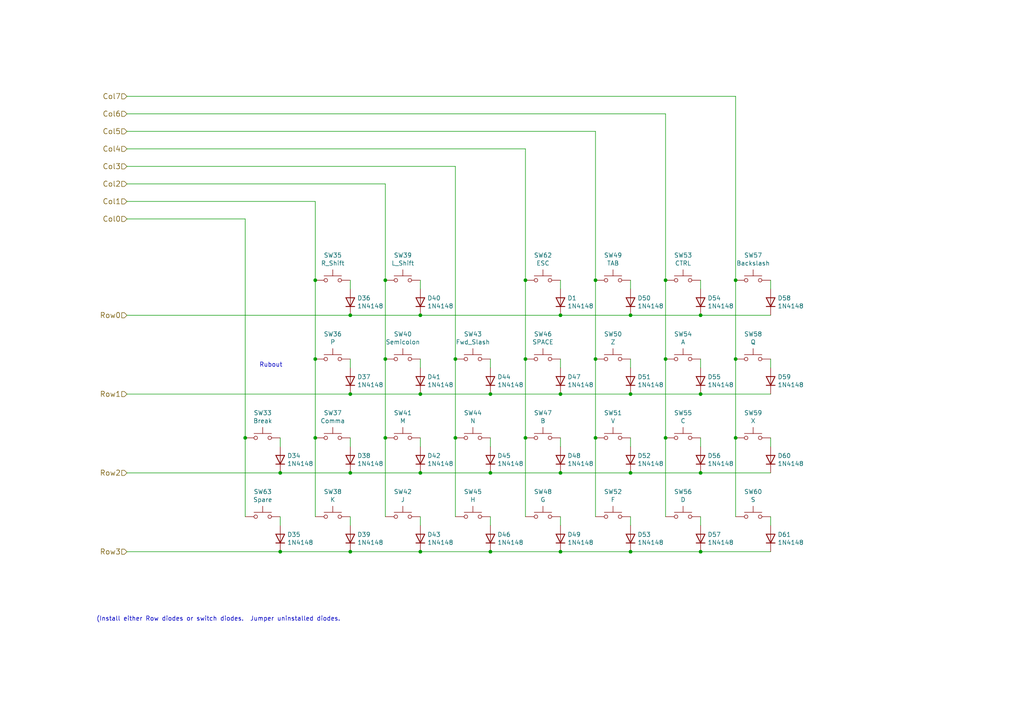
<source format=kicad_sch>
(kicad_sch (version 20211123) (generator eeschema)
  (paper "A4")
  (title_block (title "Unified Retro Keyboard") (date "2022-04-09") (rev "1.13") (company "OSIWeb.org") (comment 1 "Key Matrix 2 of 2"))
  (lib_symbols
    (symbol "Switch:SW_Push" (pin_numbers hide) (pin_names (offset 1.016) hide)
      (property "Reference" "SW" (at 1.27 2.54 0))
      (property "Value" "SW_Push" (at 0 -1.524 0))
      (symbol "SW_Push_0_1"
        (circle (center -2.032 0) (radius 0.508))
        (polyline (pts (xy 0 1.27) (xy 0 3.048)))
        (polyline (pts (xy 2.54 1.27) (xy -2.54 1.27)))
        (circle (center 2.032 0) (radius 0.508))
        (pin passive line (at -5.08 0 0) (length 2.54) (name "1") (number "1"))
        (pin passive line (at 5.08 0 180) (length 2.54) (name "2") (number "2"))
      )
    )
    (symbol "unikbd:diode-combined" (pin_numbers hide) (pin_names (offset 1.016) hide)
      (property "Reference" "D" (at 0 2.54 0))
      (property "Value" "diode-combined" (at 0 -2.54 0))
      (symbol "diode-combined_0_1"
        (polyline (pts (xy -1.27 1.27) (xy -1.27 -1.27)) (stroke (width 0.254)))
        (polyline (pts (xy 1.27 0) (xy -1.27 0)))
        (polyline (pts (xy 1.27 1.27) (xy 1.27 -1.27) (xy -1.27 0) (xy 1.27 1.27)) (stroke (width 0.254)))
      )
      (symbol "diode-combined_1_1"
        (pin passive line (at -3.81 0 0) (length 2.54) (name "K") (number "1"))
        (pin passive line (at 3.81 0 180) (length 2.54) (name "A") (number "2"))
      )
    )
  )
  (junction (at 193.04 104.14))
  (junction (at 81.28 160.02))
  (junction (at 172.72 127))
  (junction (at 142.24 160.02))
  (junction (at 162.56 114.3))
  (junction (at 152.4 127))
  (junction (at 152.4 81.28))
  (junction (at 111.76 127))
  (junction (at 81.28 137.16))
  (junction (at 132.08 127))
  (junction (at 91.44 81.28))
  (junction (at 101.6 91.44))
  (junction (at 101.6 160.02))
  (junction (at 162.56 160.02))
  (junction (at 203.2 91.44))
  (junction (at 121.92 114.3))
  (junction (at 121.92 91.44))
  (junction (at 213.36 81.28))
  (junction (at 182.88 160.02))
  (junction (at 121.92 137.16))
  (junction (at 142.24 114.3))
  (junction (at 121.92 160.02))
  (junction (at 182.88 137.16))
  (junction (at 182.88 91.44))
  (junction (at 132.08 104.14))
  (junction (at 91.44 127))
  (junction (at 203.2 114.3))
  (junction (at 152.4 104.14))
  (junction (at 71.12 127))
  (junction (at 172.72 81.28))
  (junction (at 101.6 137.16))
  (junction (at 213.36 104.14))
  (junction (at 101.6 114.3))
  (junction (at 142.24 137.16))
  (junction (at 91.44 104.14))
  (junction (at 172.72 104.14))
  (junction (at 111.76 104.14))
  (junction (at 213.36 127))
  (junction (at 162.56 137.16))
  (junction (at 203.2 137.16))
  (junction (at 111.76 81.28))
  (junction (at 193.04 127))
  (junction (at 182.88 114.3))
  (junction (at 193.04 81.28))
  (junction (at 203.2 160.02))
  (junction (at 162.56 91.44))
  (wire (pts (xy 101.6 104.14) (xy 101.6 106.68)))
  (wire (pts (xy 162.56 137.16) (xy 182.88 137.16)))
  (wire (pts (xy 223.52 152.4) (xy 223.52 149.86)))
  (wire (pts (xy 142.24 160.02) (xy 162.56 160.02)))
  (wire (pts (xy 132.08 127) (xy 132.08 149.86)))
  (wire (pts (xy 162.56 114.3) (xy 182.88 114.3)))
  (wire (pts (xy 132.08 104.14) (xy 132.08 127)))
  (wire (pts (xy 101.6 160.02) (xy 121.92 160.02)))
  (wire (pts (xy 182.88 81.28) (xy 182.88 83.82)))
  (wire (pts (xy 203.2 127) (xy 203.2 129.54)))
  (wire (pts (xy 142.24 129.54) (xy 142.24 127)))
  (wire (pts (xy 36.83 114.3) (xy 101.6 114.3)))
  (wire (pts (xy 193.04 81.28) (xy 193.04 104.14)))
  (wire (pts (xy 101.6 129.54) (xy 101.6 127)))
  (wire (pts (xy 121.92 91.44) (xy 162.56 91.44)))
  (wire (pts (xy 182.88 106.68) (xy 182.88 104.14)))
  (wire (pts (xy 36.83 137.16) (xy 81.28 137.16)))
  (wire (pts (xy 152.4 127) (xy 152.4 149.86)))
  (wire (pts (xy 121.92 114.3) (xy 142.24 114.3)))
  (wire (pts (xy 162.56 149.86) (xy 162.56 152.4)))
  (wire (pts (xy 81.28 137.16) (xy 101.6 137.16)))
  (wire (pts (xy 111.76 81.28) (xy 111.76 104.14)))
  (wire (pts (xy 152.4 43.18) (xy 152.4 81.28)))
  (wire (pts (xy 36.83 48.26) (xy 132.08 48.26)))
  (wire (pts (xy 36.83 38.1) (xy 172.72 38.1)))
  (wire (pts (xy 121.92 129.54) (xy 121.92 127)))
  (wire (pts (xy 162.56 129.54) (xy 162.56 127)))
  (wire (pts (xy 182.88 137.16) (xy 203.2 137.16)))
  (wire (pts (xy 203.2 81.28) (xy 203.2 83.82)))
  (wire (pts (xy 182.88 160.02) (xy 203.2 160.02)))
  (wire (pts (xy 91.44 127) (xy 91.44 149.86)))
  (wire (pts (xy 223.52 127) (xy 223.52 129.54)))
  (wire (pts (xy 111.76 104.14) (xy 111.76 127)))
  (wire (pts (xy 71.12 127) (xy 71.12 149.86)))
  (wire (pts (xy 223.52 81.28) (xy 223.52 83.82)))
  (wire (pts (xy 203.2 91.44) (xy 223.52 91.44)))
  (wire (pts (xy 162.56 91.44) (xy 182.88 91.44)))
  (wire (pts (xy 172.72 38.1) (xy 172.72 81.28)))
  (wire (pts (xy 36.83 27.94) (xy 213.36 27.94)))
  (wire (pts (xy 203.2 160.02) (xy 223.52 160.02)))
  (wire (pts (xy 101.6 91.44) (xy 121.92 91.44)))
  (wire (pts (xy 101.6 137.16) (xy 121.92 137.16)))
  (wire (pts (xy 213.36 27.94) (xy 213.36 81.28)))
  (wire (pts (xy 81.28 149.86) (xy 81.28 152.4)))
  (wire (pts (xy 193.04 127) (xy 193.04 149.86)))
  (wire (pts (xy 101.6 149.86) (xy 101.6 152.4)))
  (wire (pts (xy 182.88 127) (xy 182.88 129.54)))
  (wire (pts (xy 81.28 129.54) (xy 81.28 127)))
  (wire (pts (xy 81.28 160.02) (xy 101.6 160.02)))
  (wire (pts (xy 36.83 91.44) (xy 101.6 91.44)))
  (wire (pts (xy 152.4 81.28) (xy 152.4 104.14)))
  (wire (pts (xy 203.2 137.16) (xy 223.52 137.16)))
  (wire (pts (xy 213.36 127) (xy 213.36 149.86)))
  (wire (pts (xy 71.12 63.5) (xy 71.12 127)))
  (wire (pts (xy 142.24 149.86) (xy 142.24 152.4)))
  (wire (pts (xy 172.72 81.28) (xy 172.72 104.14)))
  (wire (pts (xy 121.92 160.02) (xy 142.24 160.02)))
  (wire (pts (xy 203.2 106.68) (xy 203.2 104.14)))
  (wire (pts (xy 101.6 114.3) (xy 121.92 114.3)))
  (wire (pts (xy 91.44 104.14) (xy 91.44 127)))
  (wire (pts (xy 36.83 43.18) (xy 152.4 43.18)))
  (wire (pts (xy 162.56 106.68) (xy 162.56 104.14)))
  (wire (pts (xy 152.4 104.14) (xy 152.4 127)))
  (wire (pts (xy 91.44 81.28) (xy 91.44 104.14)))
  (wire (pts (xy 36.83 33.02) (xy 193.04 33.02)))
  (wire (pts (xy 193.04 33.02) (xy 193.04 81.28)))
  (wire (pts (xy 203.2 114.3) (xy 223.52 114.3)))
  (wire (pts (xy 142.24 106.68) (xy 142.24 104.14)))
  (wire (pts (xy 182.88 114.3) (xy 203.2 114.3)))
  (wire (pts (xy 121.92 83.82) (xy 121.92 81.28)))
  (wire (pts (xy 172.72 127) (xy 172.72 149.86)))
  (wire (pts (xy 223.52 106.68) (xy 223.52 104.14)))
  (wire (pts (xy 36.83 58.42) (xy 91.44 58.42)))
  (wire (pts (xy 162.56 81.28) (xy 162.56 83.82)))
  (wire (pts (xy 111.76 53.34) (xy 111.76 81.28)))
  (wire (pts (xy 182.88 91.44) (xy 203.2 91.44)))
  (wire (pts (xy 172.72 104.14) (xy 172.72 127)))
  (wire (pts (xy 142.24 137.16) (xy 162.56 137.16)))
  (wire (pts (xy 132.08 48.26) (xy 132.08 104.14)))
  (wire (pts (xy 36.83 160.02) (xy 81.28 160.02)))
  (wire (pts (xy 36.83 63.5) (xy 71.12 63.5)))
  (wire (pts (xy 203.2 149.86) (xy 203.2 152.4)))
  (wire (pts (xy 101.6 81.28) (xy 101.6 83.82)))
  (wire (pts (xy 142.24 114.3) (xy 162.56 114.3)))
  (wire (pts (xy 111.76 127) (xy 111.76 149.86)))
  (wire (pts (xy 91.44 58.42) (xy 91.44 81.28)))
  (wire (pts (xy 121.92 104.14) (xy 121.92 106.68)))
  (wire (pts (xy 213.36 104.14) (xy 213.36 127)))
  (wire (pts (xy 121.92 149.86) (xy 121.92 152.4)))
  (wire (pts (xy 182.88 149.86) (xy 182.88 152.4)))
  (wire (pts (xy 162.56 160.02) (xy 182.88 160.02)))
  (wire (pts (xy 193.04 104.14) (xy 193.04 127)))
  (wire (pts (xy 213.36 81.28) (xy 213.36 104.14)))
  (wire (pts (xy 36.83 53.34) (xy 111.76 53.34)))
  (wire (pts (xy 121.92 137.16) (xy 142.24 137.16)))
  (text "(Install either Row diodes or switch diodes.  Jumper uninstalled diodes." (at 27.94 180.34 0) (effects (font (size 1.27 1.27)) (justify left bottom)))
  (text "Rubout" (at 75.184 106.68 0) (effects (font (size 1.27 1.27)) (justify left bottom)))
  (hierarchical_label "Col7" (shape input) (at 36.83 27.94 180) (effects (font (size 1.524 1.524))))
  (hierarchical_label "Col2" (shape input) (at 36.83 53.34 180) (effects (font (size 1.524 1.524))))
  (hierarchical_label "Col3" (shape input) (at 36.83 48.26 180) (effects (font (size 1.524 1.524))))
  (hierarchical_label "Row3" (shape input) (at 36.83 160.02 180) (effects (font (size 1.524 1.524))))
  (hierarchical_label "Col4" (shape input) (at 36.83 43.18 180) (effects (font (size 1.524 1.524))))
  (hierarchical_label "Col1" (shape input) (at 36.83 58.42 180) (effects (font (size 1.524 1.524))))
  (hierarchical_label "Row2" (shape input) (at 36.83 137.16 180) (effects (font (size 1.524 1.524))))
  (hierarchical_label "Col5" (shape input) (at 36.83 38.1 180) (effects (font (size 1.524 1.524))))
  (hierarchical_label "Col6" (shape input) (at 36.83 33.02 180) (effects (font (size 1.524 1.524))))
  (hierarchical_label "Row1" (shape input) (at 36.83 114.3 180) (effects (font (size 1.524 1.524))))
  (hierarchical_label "Row0" (shape input) (at 36.83 91.44 180) (effects (font (size 1.524 1.524))))
  (hierarchical_label "Col0" (shape input) (at 36.83 63.5 180) (effects (font (size 1.524 1.524))))
  (symbol (lib_id "Switch:SW_Push") (at 96.52 81.28 0) (unit 1)
    (property "Reference" "SW35" (at 96.52 74.041 0))
    (property "Value" "R_Shift" (at 96.52 76.3524 0))
    (property "Footprint" "unikbd:Key_MX" (effects hide))
    (property "Comment" "Common to all layouts" (effects hide))
    (property "Fitted" "YES" (effects hide))
    (property "Substitution OK" "NO" (effects hide))
  )
  (symbol (lib_id "Switch:SW_Push") (at 116.84 81.28 0) (unit 1)
    (property "Reference" "SW39" (at 116.84 74.041 0))
    (property "Value" "L_Shift" (at 116.84 76.3524 0))
    (property "Footprint" "unikbd:Key_MX" (effects hide))
    (property "Comment" "Common to all layouts" (effects hide))
    (property "Fitted" "YES" (effects hide))
    (property "Substitution OK" "NO" (effects hide))
  )
  (symbol (lib_id "Switch:SW_Push") (at 177.8 81.28 0) (unit 1)
    (property "Reference" "SW49" (at 177.8 74.041 0))
    (property "Value" "TAB" (at 177.8 76.3524 0))
    (property "Footprint" "unikbd:Key_MX" (effects hide))
    (property "Comment" "Common to all layouts" (effects hide))
    (property "Fitted" "YES" (effects hide))
    (property "Substitution OK" "NO" (effects hide))
  )
  (symbol (lib_id "Switch:SW_Push") (at 218.44 81.28 0) (unit 1)
    (property "Reference" "SW57" (at 218.44 74.041 0))
    (property "Value" "Backslash" (at 218.44 76.3524 0))
    (property "Footprint" "unikbd:Key_MX" (effects hide))
    (property "Comment" "Common to all layouts" (effects hide))
    (property "Fitted" "YES" (effects hide))
    (property "Substitution OK" "NO" (effects hide))
  )
  (symbol (lib_id "Switch:SW_Push") (at 198.12 81.28 0) (unit 1)
    (property "Reference" "SW53" (at 198.12 74.041 0))
    (property "Value" "CTRL" (at 198.12 76.3524 0))
    (property "Footprint" "unikbd:Key_MX" (effects hide))
    (property "Comment" "Common to all layouts" (effects hide))
    (property "Fitted" "YES" (effects hide))
    (property "Substitution OK" "NO" (effects hide))
  )
  (symbol (lib_id "unikbd:diode-combined") (at 101.6 87.63 90) (unit 1)
    (property "Reference" "D36" (at 103.6066 86.4616 90) (effects (justify right)))
    (property "Value" "1N4148" (at 103.6066 88.773 90) (effects (justify right)))
    (property "Footprint" "unikbd:diode-combined" (effects hide))
    (property "Datasheet" "https://assets.nexperia.com/documents/data-sheet/1N4148_1N4448.pdf" (effects hide))
    (property "Fitted" "YES" (effects hide))
    (property "Substitution OK" " YES " (effects hide))
    (property "Comment" "<1.25V forward voltage.  " (effects hide))
    (property "Manufacturer" "ON Semiconductor" (effects hide))
    (property "Manufacturer Part Number" "MMBD914LT3G " (effects hide))
    (property "Package" " SOT-23-3 " (effects hide))
    (property "LCSC" "C118751" (effects hide))
  )
  (symbol (lib_id "unikbd:diode-combined") (at 121.92 87.63 90) (unit 1)
    (property "Reference" "D40" (at 123.9266 86.4616 90) (effects (justify right)))
    (property "Value" "1N4148" (at 123.9266 88.773 90) (effects (justify right)))
    (property "Footprint" "unikbd:diode-combined" (effects hide))
    (property "Datasheet" "https://assets.nexperia.com/documents/data-sheet/1N4148_1N4448.pdf" (effects hide))
    (property "Fitted" "YES" (effects hide))
    (property "Substitution OK" " YES " (effects hide))
    (property "Comment" "<1.25V forward voltage.  " (effects hide))
    (property "Manufacturer" "ON Semiconductor" (effects hide))
    (property "Manufacturer Part Number" "MMBD914LT3G " (effects hide))
    (property "Package" " SOT-23-3 " (effects hide))
    (property "LCSC" "C118751" (effects hide))
  )
  (symbol (lib_id "unikbd:diode-combined") (at 182.88 87.63 90) (unit 1)
    (property "Reference" "D50" (at 184.8866 86.4616 90) (effects (justify right)))
    (property "Value" "1N4148" (at 184.8866 88.773 90) (effects (justify right)))
    (property "Footprint" "unikbd:diode-combined" (effects hide))
    (property "Datasheet" "https://assets.nexperia.com/documents/data-sheet/1N4148_1N4448.pdf" (effects hide))
    (property "Fitted" "YES" (effects hide))
    (property "Substitution OK" " YES " (effects hide))
    (property "Comment" "<1.25V forward voltage.  " (effects hide))
    (property "Manufacturer" "ON Semiconductor" (effects hide))
    (property "Manufacturer Part Number" "MMBD914LT3G " (effects hide))
    (property "Package" " SOT-23-3 " (effects hide))
    (property "LCSC" "C118751" (effects hide))
  )
  (symbol (lib_id "unikbd:diode-combined") (at 203.2 87.63 90) (unit 1)
    (property "Reference" "D54" (at 205.2066 86.4616 90) (effects (justify right)))
    (property "Value" "1N4148" (at 205.2066 88.773 90) (effects (justify right)))
    (property "Footprint" "unikbd:diode-combined" (effects hide))
    (property "Datasheet" "https://assets.nexperia.com/documents/data-sheet/1N4148_1N4448.pdf" (effects hide))
    (property "Fitted" "YES" (effects hide))
    (property "Substitution OK" " YES " (effects hide))
    (property "Comment" "<1.25V forward voltage.  " (effects hide))
    (property "Manufacturer" "ON Semiconductor" (effects hide))
    (property "Manufacturer Part Number" "MMBD914LT3G " (effects hide))
    (property "Package" " SOT-23-3 " (effects hide))
    (property "LCSC" "C118751" (effects hide))
  )
  (symbol (lib_id "unikbd:diode-combined") (at 223.52 87.63 90) (unit 1)
    (property "Reference" "D58" (at 225.5266 86.4616 90) (effects (justify right)))
    (property "Value" "1N4148" (at 225.5266 88.773 90) (effects (justify right)))
    (property "Footprint" "unikbd:diode-combined" (effects hide))
    (property "Datasheet" "https://assets.nexperia.com/documents/data-sheet/1N4148_1N4448.pdf" (effects hide))
    (property "Fitted" "YES" (effects hide))
    (property "Substitution OK" " YES " (effects hide))
    (property "Comment" "<1.25V forward voltage.  " (effects hide))
    (property "Manufacturer" "ON Semiconductor" (effects hide))
    (property "Manufacturer Part Number" "MMBD914LT3G " (effects hide))
    (property "Package" " SOT-23-3 " (effects hide))
    (property "LCSC" "C118751" (effects hide))
  )
  (symbol (lib_id "Switch:SW_Push") (at 96.52 104.14 0) (unit 1)
    (property "Reference" "SW36" (at 96.52 96.901 0))
    (property "Value" "P" (at 96.52 99.2124 0))
    (property "Footprint" "unikbd:Key_MX" (effects hide))
    (property "Comment" "Common to all layouts" (effects hide))
    (property "Fitted" "YES" (effects hide))
    (property "Substitution OK" "NO" (effects hide))
  )
  (symbol (lib_id "Switch:SW_Push") (at 137.16 104.14 0) (unit 1)
    (property "Reference" "SW43" (at 137.16 96.901 0))
    (property "Value" "Fwd_Slash" (at 137.16 99.2124 0))
    (property "Footprint" "unikbd:Key_MX" (effects hide))
    (property "Comment" "Common to all layouts" (effects hide))
    (property "Fitted" "YES" (effects hide))
    (property "Substitution OK" "NO" (effects hide))
  )
  (symbol (lib_id "Switch:SW_Push") (at 116.84 104.14 0) (unit 1)
    (property "Reference" "SW40" (at 116.84 96.901 0))
    (property "Value" "Semicolon" (at 116.84 99.2124 0))
    (property "Footprint" "unikbd:Key_MX" (effects hide))
    (property "Comment" "Common to all layouts" (effects hide))
    (property "Fitted" "YES" (effects hide))
    (property "Substitution OK" "NO" (effects hide))
  )
  (symbol (lib_id "Switch:SW_Push") (at 157.48 104.14 0) (unit 1)
    (property "Reference" "SW46" (at 157.48 96.901 0))
    (property "Value" "SPACE" (at 157.48 99.2124 0))
    (property "Footprint" "unikbd:Key_MX_Spacebar_5.25" (effects hide))
    (property "Comment" "Common to all layouts" (effects hide))
    (property "Fitted" "YES" (effects hide))
    (property "Substitution OK" "NO" (effects hide))
  )
  (symbol (lib_id "Switch:SW_Push") (at 177.8 104.14 0) (unit 1)
    (property "Reference" "SW50" (at 177.8 96.901 0))
    (property "Value" "Z" (at 177.8 99.2124 0))
    (property "Footprint" "unikbd:Key_MX" (effects hide))
    (property "Comment" "Common to all layouts" (effects hide))
    (property "Fitted" "YES" (effects hide))
    (property "Substitution OK" "NO" (effects hide))
  )
  (symbol (lib_id "Switch:SW_Push") (at 218.44 104.14 0) (unit 1)
    (property "Reference" "SW58" (at 218.44 96.901 0))
    (property "Value" "Q" (at 218.44 99.2124 0))
    (property "Footprint" "unikbd:Key_MX" (effects hide))
    (property "Comment" "Common to all layouts" (effects hide))
    (property "Fitted" "YES" (effects hide))
    (property "Substitution OK" "NO" (effects hide))
  )
  (symbol (lib_id "Switch:SW_Push") (at 198.12 104.14 0) (unit 1)
    (property "Reference" "SW54" (at 198.12 96.901 0))
    (property "Value" "A" (at 198.12 99.2124 0))
    (property "Footprint" "unikbd:Key_MX" (effects hide))
    (property "Comment" "Common to all layouts" (effects hide))
    (property "Fitted" "YES" (effects hide))
    (property "Substitution OK" "NO" (effects hide))
  )
  (symbol (lib_id "unikbd:diode-combined") (at 101.6 110.49 90) (unit 1)
    (property "Reference" "D37" (at 103.6066 109.3216 90) (effects (justify right)))
    (property "Value" "1N4148" (at 103.6066 111.633 90) (effects (justify right)))
    (property "Footprint" "unikbd:diode-combined" (effects hide))
    (property "Datasheet" "https://assets.nexperia.com/documents/data-sheet/1N4148_1N4448.pdf" (effects hide))
    (property "Fitted" "YES" (effects hide))
    (property "Substitution OK" " YES " (effects hide))
    (property "Comment" "<1.25V forward voltage.  " (effects hide))
    (property "Manufacturer" "ON Semiconductor" (effects hide))
    (property "Manufacturer Part Number" "MMBD914LT3G " (effects hide))
    (property "Package" " SOT-23-3 " (effects hide))
    (property "LCSC" "C118751" (effects hide))
  )
  (symbol (lib_id "unikbd:diode-combined") (at 121.92 110.49 90) (unit 1)
    (property "Reference" "D41" (at 123.9266 109.3216 90) (effects (justify right)))
    (property "Value" "1N4148" (at 123.9266 111.633 90) (effects (justify right)))
    (property "Footprint" "unikbd:diode-combined" (effects hide))
    (property "Datasheet" "https://assets.nexperia.com/documents/data-sheet/1N4148_1N4448.pdf" (effects hide))
    (property "Fitted" "YES" (effects hide))
    (property "Substitution OK" " YES " (effects hide))
    (property "Comment" "<1.25V forward voltage.  " (effects hide))
    (property "Manufacturer" "ON Semiconductor" (effects hide))
    (property "Manufacturer Part Number" "MMBD914LT3G " (effects hide))
    (property "Package" " SOT-23-3 " (effects hide))
    (property "LCSC" "C118751" (effects hide))
  )
  (symbol (lib_id "unikbd:diode-combined") (at 142.24 110.49 90) (unit 1)
    (property "Reference" "D44" (at 144.2466 109.3216 90) (effects (justify right)))
    (property "Value" "1N4148" (at 144.2466 111.633 90) (effects (justify right)))
    (property "Footprint" "unikbd:diode-combined" (effects hide))
    (property "Datasheet" "https://assets.nexperia.com/documents/data-sheet/1N4148_1N4448.pdf" (effects hide))
    (property "Fitted" "YES" (effects hide))
    (property "Substitution OK" " YES " (effects hide))
    (property "Comment" "<1.25V forward voltage.  " (effects hide))
    (property "Manufacturer" "ON Semiconductor" (effects hide))
    (property "Manufacturer Part Number" "MMBD914LT3G " (effects hide))
    (property "Package" " SOT-23-3 " (effects hide))
    (property "LCSC" "C118751" (effects hide))
  )
  (symbol (lib_id "unikbd:diode-combined") (at 162.56 110.49 90) (unit 1)
    (property "Reference" "D47" (at 164.5666 109.3216 90) (effects (justify right)))
    (property "Value" "1N4148" (at 164.5666 111.633 90) (effects (justify right)))
    (property "Footprint" "unikbd:diode-combined" (effects hide))
    (property "Datasheet" "https://assets.nexperia.com/documents/data-sheet/1N4148_1N4448.pdf" (effects hide))
    (property "Fitted" "YES" (effects hide))
    (property "Substitution OK" " YES " (effects hide))
    (property "Comment" "<1.25V forward voltage.  " (effects hide))
    (property "Manufacturer" "ON Semiconductor" (effects hide))
    (property "Manufacturer Part Number" "MMBD914LT3G " (effects hide))
    (property "Package" " SOT-23-3 " (effects hide))
    (property "LCSC" "C118751" (effects hide))
  )
  (symbol (lib_id "unikbd:diode-combined") (at 182.88 110.49 90) (unit 1)
    (property "Reference" "D51" (at 184.8866 109.3216 90) (effects (justify right)))
    (property "Value" "1N4148" (at 184.8866 111.633 90) (effects (justify right)))
    (property "Footprint" "unikbd:diode-combined" (effects hide))
    (property "Datasheet" "https://assets.nexperia.com/documents/data-sheet/1N4148_1N4448.pdf" (effects hide))
    (property "Fitted" "YES" (effects hide))
    (property "Substitution OK" " YES " (effects hide))
    (property "Comment" "<1.25V forward voltage.  " (effects hide))
    (property "Manufacturer" "ON Semiconductor" (effects hide))
    (property "Manufacturer Part Number" "MMBD914LT3G " (effects hide))
    (property "Package" " SOT-23-3 " (effects hide))
    (property "LCSC" "C118751" (effects hide))
  )
  (symbol (lib_id "unikbd:diode-combined") (at 203.2 110.49 90) (unit 1)
    (property "Reference" "D55" (at 205.2066 109.3216 90) (effects (justify right)))
    (property "Value" "1N4148" (at 205.2066 111.633 90) (effects (justify right)))
    (property "Footprint" "unikbd:diode-combined" (effects hide))
    (property "Datasheet" "https://assets.nexperia.com/documents/data-sheet/1N4148_1N4448.pdf" (effects hide))
    (property "Fitted" "YES" (effects hide))
    (property "Substitution OK" " YES " (effects hide))
    (property "Comment" "<1.25V forward voltage.  " (effects hide))
    (property "Manufacturer" "ON Semiconductor" (effects hide))
    (property "Manufacturer Part Number" "MMBD914LT3G " (effects hide))
    (property "Package" " SOT-23-3 " (effects hide))
    (property "LCSC" "C118751" (effects hide))
  )
  (symbol (lib_id "unikbd:diode-combined") (at 223.52 110.49 90) (unit 1)
    (property "Reference" "D59" (at 225.5266 109.3216 90) (effects (justify right)))
    (property "Value" "1N4148" (at 225.5266 111.633 90) (effects (justify right)))
    (property "Footprint" "unikbd:diode-combined" (effects hide))
    (property "Datasheet" "https://assets.nexperia.com/documents/data-sheet/1N4148_1N4448.pdf" (effects hide))
    (property "Fitted" "YES" (effects hide))
    (property "Substitution OK" " YES " (effects hide))
    (property "Comment" "<1.25V forward voltage.  " (effects hide))
    (property "Manufacturer" "ON Semiconductor" (effects hide))
    (property "Manufacturer Part Number" "MMBD914LT3G " (effects hide))
    (property "Package" " SOT-23-3 " (effects hide))
    (property "LCSC" "C118751" (effects hide))
  )
  (symbol (lib_id "Switch:SW_Push") (at 76.2 127 0) (unit 1)
    (property "Reference" "SW33" (at 76.2 119.761 0))
    (property "Value" "Break" (at 76.2 122.0724 0))
    (property "Footprint" "unikbd:Key_MX" (effects hide))
    (property "Fitted" "NO" (effects hide))
    (property "Substitution OK" "NO" (effects hide))
  )
  (symbol (lib_id "Switch:SW_Push") (at 96.52 127 0) (unit 1)
    (property "Reference" "SW37" (at 96.52 119.761 0))
    (property "Value" "Comma" (at 96.52 122.0724 0))
    (property "Footprint" "unikbd:Key_MX" (effects hide))
    (property "Comment" "Common to all layouts" (effects hide))
    (property "Fitted" "YES" (effects hide))
    (property "Substitution OK" "NO" (effects hide))
  )
  (symbol (lib_id "Switch:SW_Push") (at 137.16 127 0) (unit 1)
    (property "Reference" "SW44" (at 137.16 119.761 0))
    (property "Value" "N" (at 137.16 122.0724 0))
    (property "Footprint" "unikbd:Key_MX" (effects hide))
    (property "Comment" "Common to all layouts" (effects hide))
    (property "Fitted" "YES" (effects hide))
    (property "Substitution OK" "NO" (effects hide))
  )
  (symbol (lib_id "Switch:SW_Push") (at 116.84 127 0) (unit 1)
    (property "Reference" "SW41" (at 116.84 119.761 0))
    (property "Value" "M" (at 116.84 122.0724 0))
    (property "Footprint" "unikbd:Key_MX" (effects hide))
    (property "Comment" "Common to all layouts" (effects hide))
    (property "Fitted" "YES" (effects hide))
    (property "Substitution OK" "NO" (effects hide))
  )
  (symbol (lib_id "Switch:SW_Push") (at 157.48 127 0) (unit 1)
    (property "Reference" "SW47" (at 157.48 119.761 0))
    (property "Value" "B" (at 157.48 122.0724 0))
    (property "Footprint" "unikbd:Key_MX" (effects hide))
    (property "Comment" "Common to all layouts" (effects hide))
    (property "Fitted" "YES" (effects hide))
    (property "Substitution OK" "NO" (effects hide))
  )
  (symbol (lib_id "Switch:SW_Push") (at 177.8 127 0) (unit 1)
    (property "Reference" "SW51" (at 177.8 119.761 0))
    (property "Value" "V" (at 177.8 122.0724 0))
    (property "Footprint" "unikbd:Key_MX" (effects hide))
    (property "Comment" "Common to all layouts" (effects hide))
    (property "Fitted" "YES" (effects hide))
    (property "Substitution OK" "NO" (effects hide))
  )
  (symbol (lib_id "Switch:SW_Push") (at 218.44 127 0) (unit 1)
    (property "Reference" "SW59" (at 218.44 119.761 0))
    (property "Value" "X" (at 218.44 122.0724 0))
    (property "Footprint" "unikbd:Key_MX" (effects hide))
    (property "Comment" "Common to all layouts" (effects hide))
    (property "Fitted" "YES" (effects hide))
    (property "Substitution OK" "NO" (effects hide))
  )
  (symbol (lib_id "Switch:SW_Push") (at 198.12 127 0) (unit 1)
    (property "Reference" "SW55" (at 198.12 119.761 0))
    (property "Value" "C" (at 198.12 122.0724 0))
    (property "Footprint" "unikbd:Key_MX" (effects hide))
    (property "Comment" "Common to all layouts" (effects hide))
    (property "Fitted" "YES" (effects hide))
    (property "Substitution OK" "NO" (effects hide))
  )
  (symbol (lib_id "unikbd:diode-combined") (at 101.6 133.35 90) (unit 1)
    (property "Reference" "D38" (at 103.6066 132.1816 90) (effects (justify right)))
    (property "Value" "1N4148" (at 103.6066 134.493 90) (effects (justify right)))
    (property "Footprint" "unikbd:diode-combined" (effects hide))
    (property "Datasheet" "https://assets.nexperia.com/documents/data-sheet/1N4148_1N4448.pdf" (effects hide))
    (property "Fitted" "YES" (effects hide))
    (property "Substitution OK" " YES " (effects hide))
    (property "Comment" "<1.25V forward voltage.  " (effects hide))
    (property "Manufacturer" "ON Semiconductor" (effects hide))
    (property "Manufacturer Part Number" "MMBD914LT3G " (effects hide))
    (property "Package" " SOT-23-3 " (effects hide))
    (property "LCSC" "C118751" (effects hide))
  )
  (symbol (lib_id "unikbd:diode-combined") (at 81.28 133.35 90) (unit 1)
    (property "Reference" "D34" (at 83.2866 132.1816 90) (effects (justify right)))
    (property "Value" "1N4148" (at 83.2866 134.493 90) (effects (justify right)))
    (property "Footprint" "unikbd:diode-combined" (effects hide))
    (property "Datasheet" "https://assets.nexperia.com/documents/data-sheet/1N4148_1N4448.pdf" (effects hide))
    (property "Fitted" "YES" (effects hide))
    (property "Substitution OK" " YES " (effects hide))
    (property "Comment" "<1.25V forward voltage.  " (effects hide))
    (property "Manufacturer" "ON Semiconductor" (effects hide))
    (property "Manufacturer Part Number" "MMBD914LT3G " (effects hide))
    (property "Package" " SOT-23-3 " (effects hide))
    (property "LCSC" "C118751" (effects hide))
  )
  (symbol (lib_id "unikbd:diode-combined") (at 121.92 133.35 90) (unit 1)
    (property "Reference" "D42" (at 123.9266 132.1816 90) (effects (justify right)))
    (property "Value" "1N4148" (at 123.9266 134.493 90) (effects (justify right)))
    (property "Footprint" "unikbd:diode-combined" (effects hide))
    (property "Datasheet" "https://assets.nexperia.com/documents/data-sheet/1N4148_1N4448.pdf" (effects hide))
    (property "Fitted" "YES" (effects hide))
    (property "Substitution OK" " YES " (effects hide))
    (property "Comment" "<1.25V forward voltage.  " (effects hide))
    (property "Manufacturer" "ON Semiconductor" (effects hide))
    (property "Manufacturer Part Number" "MMBD914LT3G " (effects hide))
    (property "Package" " SOT-23-3 " (effects hide))
    (property "LCSC" "C118751" (effects hide))
  )
  (symbol (lib_id "unikbd:diode-combined") (at 142.24 133.35 90) (unit 1)
    (property "Reference" "D45" (at 144.2466 132.1816 90) (effects (justify right)))
    (property "Value" "1N4148" (at 144.2466 134.493 90) (effects (justify right)))
    (property "Footprint" "unikbd:diode-combined" (effects hide))
    (property "Datasheet" "https://assets.nexperia.com/documents/data-sheet/1N4148_1N4448.pdf" (effects hide))
    (property "Fitted" "YES" (effects hide))
    (property "Substitution OK" " YES " (effects hide))
    (property "Comment" "<1.25V forward voltage.  " (effects hide))
    (property "Manufacturer" "ON Semiconductor" (effects hide))
    (property "Manufacturer Part Number" "MMBD914LT3G " (effects hide))
    (property "Package" " SOT-23-3 " (effects hide))
    (property "LCSC" "C118751" (effects hide))
  )
  (symbol (lib_id "unikbd:diode-combined") (at 162.56 133.35 90) (unit 1)
    (property "Reference" "D48" (at 164.5666 132.1816 90) (effects (justify right)))
    (property "Value" "1N4148" (at 164.5666 134.493 90) (effects (justify right)))
    (property "Footprint" "unikbd:diode-combined" (effects hide))
    (property "Datasheet" "https://assets.nexperia.com/documents/data-sheet/1N4148_1N4448.pdf" (effects hide))
    (property "Fitted" "YES" (effects hide))
    (property "Substitution OK" " YES " (effects hide))
    (property "Comment" "<1.25V forward voltage.  " (effects hide))
    (property "Manufacturer" "ON Semiconductor" (effects hide))
    (property "Manufacturer Part Number" "MMBD914LT3G " (effects hide))
    (property "Package" " SOT-23-3 " (effects hide))
    (property "LCSC" "C118751" (effects hide))
  )
  (symbol (lib_id "unikbd:diode-combined") (at 182.88 133.35 90) (unit 1)
    (property "Reference" "D52" (at 184.8866 132.1816 90) (effects (justify right)))
    (property "Value" "1N4148" (at 184.8866 134.493 90) (effects (justify right)))
    (property "Footprint" "unikbd:diode-combined" (effects hide))
    (property "Datasheet" "https://assets.nexperia.com/documents/data-sheet/1N4148_1N4448.pdf" (effects hide))
    (property "Fitted" "YES" (effects hide))
    (property "Substitution OK" " YES " (effects hide))
    (property "Comment" "<1.25V forward voltage.  " (effects hide))
    (property "Manufacturer" "ON Semiconductor" (effects hide))
    (property "Manufacturer Part Number" "MMBD914LT3G " (effects hide))
    (property "Package" " SOT-23-3 " (effects hide))
    (property "LCSC" "C118751" (effects hide))
  )
  (symbol (lib_id "unikbd:diode-combined") (at 203.2 133.35 90) (unit 1)
    (property "Reference" "D56" (at 205.2066 132.1816 90) (effects (justify right)))
    (property "Value" "1N4148" (at 205.2066 134.493 90) (effects (justify right)))
    (property "Footprint" "unikbd:diode-combined" (effects hide))
    (property "Datasheet" "https://assets.nexperia.com/documents/data-sheet/1N4148_1N4448.pdf" (effects hide))
    (property "Fitted" "YES" (effects hide))
    (property "Substitution OK" " YES " (effects hide))
    (property "Comment" "<1.25V forward voltage.  " (effects hide))
    (property "Manufacturer" "ON Semiconductor" (effects hide))
    (property "Manufacturer Part Number" "MMBD914LT3G " (effects hide))
    (property "Package" " SOT-23-3 " (effects hide))
    (property "LCSC" "C118751" (effects hide))
  )
  (symbol (lib_id "unikbd:diode-combined") (at 223.52 133.35 90) (unit 1)
    (property "Reference" "D60" (at 225.5266 132.1816 90) (effects (justify right)))
    (property "Value" "1N4148" (at 225.5266 134.493 90) (effects (justify right)))
    (property "Footprint" "unikbd:diode-combined" (effects hide))
    (property "Datasheet" "https://assets.nexperia.com/documents/data-sheet/1N4148_1N4448.pdf" (effects hide))
    (property "Fitted" "YES" (effects hide))
    (property "Substitution OK" " YES " (effects hide))
    (property "Comment" "<1.25V forward voltage.  " (effects hide))
    (property "Manufacturer" "ON Semiconductor" (effects hide))
    (property "Manufacturer Part Number" "MMBD914LT3G " (effects hide))
    (property "Package" " SOT-23-3 " (effects hide))
    (property "LCSC" "C118751" (effects hide))
  )
  (symbol (lib_id "Switch:SW_Push") (at 96.52 149.86 0) (unit 1)
    (property "Reference" "SW38" (at 96.52 142.621 0))
    (property "Value" "K" (at 96.52 144.9324 0))
    (property "Footprint" "unikbd:Key_MX" (effects hide))
    (property "Comment" "Common to all layouts" (effects hide))
    (property "Fitted" "YES" (effects hide))
    (property "Substitution OK" "NO" (effects hide))
  )
  (symbol (lib_id "Switch:SW_Push") (at 137.16 149.86 0) (unit 1)
    (property "Reference" "SW45" (at 137.16 142.621 0))
    (property "Value" "H" (at 137.16 144.9324 0))
    (property "Footprint" "unikbd:Key_MX" (effects hide))
    (property "Comment" "Common to all layouts" (effects hide))
    (property "Fitted" "YES" (effects hide))
    (property "Substitution OK" "NO" (effects hide))
  )
  (symbol (lib_id "Switch:SW_Push") (at 116.84 149.86 0) (unit 1)
    (property "Reference" "SW42" (at 116.84 142.621 0))
    (property "Value" "J" (at 116.84 144.9324 0))
    (property "Footprint" "unikbd:Key_MX" (effects hide))
    (property "Comment" "Common to all layouts" (effects hide))
    (property "Fitted" "YES" (effects hide))
    (property "Substitution OK" "NO" (effects hide))
  )
  (symbol (lib_id "Switch:SW_Push") (at 157.48 149.86 0) (unit 1)
    (property "Reference" "SW48" (at 157.48 142.621 0))
    (property "Value" "G" (at 157.48 144.9324 0))
    (property "Footprint" "unikbd:Key_MX" (effects hide))
    (property "Comment" "Common to all layouts" (effects hide))
    (property "Fitted" "YES" (effects hide))
    (property "Substitution OK" "NO" (effects hide))
  )
  (symbol (lib_id "Switch:SW_Push") (at 177.8 149.86 0) (unit 1)
    (property "Reference" "SW52" (at 177.8 142.621 0))
    (property "Value" "F" (at 177.8 144.9324 0))
    (property "Footprint" "unikbd:Key_MX" (effects hide))
    (property "Comment" "Common to all layouts" (effects hide))
    (property "Fitted" "YES" (effects hide))
    (property "Substitution OK" "NO" (effects hide))
  )
  (symbol (lib_id "Switch:SW_Push") (at 218.44 149.86 0) (unit 1)
    (property "Reference" "SW60" (at 218.44 142.621 0))
    (property "Value" "S" (at 218.44 144.9324 0))
    (property "Footprint" "unikbd:Key_MX" (effects hide))
    (property "Comment" "Common to all layouts" (effects hide))
    (property "Fitted" "YES" (effects hide))
    (property "Substitution OK" "NO" (effects hide))
  )
  (symbol (lib_id "Switch:SW_Push") (at 198.12 149.86 0) (unit 1)
    (property "Reference" "SW56" (at 198.12 142.621 0))
    (property "Value" "D" (at 198.12 144.9324 0))
    (property "Footprint" "unikbd:Key_MX" (effects hide))
    (property "Comment" "Common to all layouts" (effects hide))
    (property "Fitted" "YES" (effects hide))
    (property "Substitution OK" "NO" (effects hide))
  )
  (symbol (lib_id "unikbd:diode-combined") (at 101.6 156.21 90) (unit 1)
    (property "Reference" "D39" (at 103.6066 155.0416 90) (effects (justify right)))
    (property "Value" "1N4148" (at 103.6066 157.353 90) (effects (justify right)))
    (property "Footprint" "unikbd:diode-combined" (effects hide))
    (property "Datasheet" "https://assets.nexperia.com/documents/data-sheet/1N4148_1N4448.pdf" (effects hide))
    (property "Fitted" "YES" (effects hide))
    (property "Substitution OK" " YES " (effects hide))
    (property "Comment" "<1.25V forward voltage.  " (effects hide))
    (property "Manufacturer" "ON Semiconductor" (effects hide))
    (property "Manufacturer Part Number" "MMBD914LT3G " (effects hide))
    (property "Package" " SOT-23-3 " (effects hide))
    (property "LCSC" "C118751" (effects hide))
  )
  (symbol (lib_id "unikbd:diode-combined") (at 121.92 156.21 90) (unit 1)
    (property "Reference" "D43" (at 123.9266 155.0416 90) (effects (justify right)))
    (property "Value" "1N4148" (at 123.9266 157.353 90) (effects (justify right)))
    (property "Footprint" "unikbd:diode-combined" (effects hide))
    (property "Datasheet" "https://assets.nexperia.com/documents/data-sheet/1N4148_1N4448.pdf" (effects hide))
    (property "Fitted" "YES" (effects hide))
    (property "Substitution OK" " YES " (effects hide))
    (property "Comment" "<1.25V forward voltage.  " (effects hide))
    (property "Manufacturer" "ON Semiconductor" (effects hide))
    (property "Manufacturer Part Number" "MMBD914LT3G " (effects hide))
    (property "Package" " SOT-23-3 " (effects hide))
    (property "LCSC" "C118751" (effects hide))
  )
  (symbol (lib_id "unikbd:diode-combined") (at 142.24 156.21 90) (unit 1)
    (property "Reference" "D46" (at 144.2466 155.0416 90) (effects (justify right)))
    (property "Value" "1N4148" (at 144.2466 157.353 90) (effects (justify right)))
    (property "Footprint" "unikbd:diode-combined" (effects hide))
    (property "Datasheet" "https://assets.nexperia.com/documents/data-sheet/1N4148_1N4448.pdf" (effects hide))
    (property "Fitted" "YES" (effects hide))
    (property "Substitution OK" " YES " (effects hide))
    (property "Comment" "<1.25V forward voltage.  " (effects hide))
    (property "Manufacturer" "ON Semiconductor" (effects hide))
    (property "Manufacturer Part Number" "MMBD914LT3G " (effects hide))
    (property "Package" " SOT-23-3 " (effects hide))
    (property "LCSC" "C118751" (effects hide))
  )
  (symbol (lib_id "unikbd:diode-combined") (at 162.56 156.21 90) (unit 1)
    (property "Reference" "D49" (at 164.5666 155.0416 90) (effects (justify right)))
    (property "Value" "1N4148" (at 164.5666 157.353 90) (effects (justify right)))
    (property "Footprint" "unikbd:diode-combined" (effects hide))
    (property "Datasheet" "https://assets.nexperia.com/documents/data-sheet/1N4148_1N4448.pdf" (effects hide))
    (property "Fitted" "YES" (effects hide))
    (property "Substitution OK" " YES " (effects hide))
    (property "Comment" "<1.25V forward voltage.  " (effects hide))
    (property "Manufacturer" "ON Semiconductor" (effects hide))
    (property "Manufacturer Part Number" "MMBD914LT3G " (effects hide))
    (property "Package" " SOT-23-3 " (effects hide))
    (property "LCSC" "C118751" (effects hide))
  )
  (symbol (lib_id "unikbd:diode-combined") (at 182.88 156.21 90) (unit 1)
    (property "Reference" "D53" (at 184.8866 155.0416 90) (effects (justify right)))
    (property "Value" "1N4148" (at 184.8866 157.353 90) (effects (justify right)))
    (property "Footprint" "unikbd:diode-combined" (effects hide))
    (property "Datasheet" "https://assets.nexperia.com/documents/data-sheet/1N4148_1N4448.pdf" (effects hide))
    (property "Fitted" "YES" (effects hide))
    (property "Substitution OK" " YES " (effects hide))
    (property "Comment" "<1.25V forward voltage.  " (effects hide))
    (property "Manufacturer" "ON Semiconductor" (effects hide))
    (property "Manufacturer Part Number" "MMBD914LT3G " (effects hide))
    (property "Package" " SOT-23-3 " (effects hide))
    (property "LCSC" "C118751" (effects hide))
  )
  (symbol (lib_id "unikbd:diode-combined") (at 203.2 156.21 90) (unit 1)
    (property "Reference" "D57" (at 205.2066 155.0416 90) (effects (justify right)))
    (property "Value" "1N4148" (at 205.2066 157.353 90) (effects (justify right)))
    (property "Footprint" "unikbd:diode-combined" (effects hide))
    (property "Datasheet" "https://assets.nexperia.com/documents/data-sheet/1N4148_1N4448.pdf" (effects hide))
    (property "Fitted" "YES" (effects hide))
    (property "Substitution OK" " YES " (effects hide))
    (property "Comment" "<1.25V forward voltage.  " (effects hide))
    (property "Manufacturer" "ON Semiconductor" (effects hide))
    (property "Manufacturer Part Number" "MMBD914LT3G " (effects hide))
    (property "Package" " SOT-23-3 " (effects hide))
    (property "LCSC" "C118751" (effects hide))
  )
  (symbol (lib_id "unikbd:diode-combined") (at 223.52 156.21 90) (unit 1)
    (property "Reference" "D61" (at 225.5266 155.0416 90) (effects (justify right)))
    (property "Value" "1N4148" (at 225.5266 157.353 90) (effects (justify right)))
    (property "Footprint" "unikbd:diode-combined" (effects hide))
    (property "Datasheet" "https://assets.nexperia.com/documents/data-sheet/1N4148_1N4448.pdf" (effects hide))
    (property "Fitted" "YES" (effects hide))
    (property "Substitution OK" " YES " (effects hide))
    (property "Comment" "<1.25V forward voltage.  " (effects hide))
    (property "Manufacturer" "ON Semiconductor" (effects hide))
    (property "Manufacturer Part Number" "MMBD914LT3G " (effects hide))
    (property "Package" " SOT-23-3 " (effects hide))
    (property "LCSC" "C118751" (effects hide))
  )
  (symbol (lib_id "Switch:SW_Push") (at 157.48 81.28 0) (unit 1)
    (property "Reference" "SW62" (at 157.48 74.041 0))
    (property "Value" "ESC" (at 157.48 76.3524 0))
    (property "Footprint" "unikbd:Key_MX" (effects hide))
    (property "Fitted" "NO" (effects hide))
    (property "Substitution OK" "NO" (effects hide))
  )
  (symbol (lib_id "unikbd:diode-combined") (at 162.56 87.63 90) (unit 1)
    (property "Reference" "D1" (at 164.5666 86.4616 90) (effects (justify right)))
    (property "Value" "1N4148" (at 164.5666 88.773 90) (effects (justify right)))
    (property "Footprint" "unikbd:diode-combined" (effects hide))
    (property "Datasheet" "https://assets.nexperia.com/documents/data-sheet/1N4148_1N4448.pdf" (effects hide))
    (property "Fitted" "YES" (effects hide))
    (property "Substitution OK" " YES " (effects hide))
    (property "Comment" "<1.25V forward voltage.  " (effects hide))
    (property "Manufacturer" "ON Semiconductor" (effects hide))
    (property "Manufacturer Part Number" "MMBD914LT3G " (effects hide))
    (property "Package" " SOT-23-3 " (effects hide))
    (property "LCSC" "C118751" (effects hide))
  )
  (symbol (lib_id "Switch:SW_Push") (at 76.2 149.86 0) (unit 1)
    (property "Reference" "SW63" (at 76.2 142.621 0))
    (property "Value" "Spare" (at 76.2 144.9324 0))
    (property "Footprint" "unikbd:Key_MX" (effects hide))
    (property "Fitted" "NO" (effects hide))
    (property "Substitution OK" "NO" (effects hide))
  )
  (symbol (lib_id "unikbd:diode-combined") (at 81.28 156.21 90) (unit 1)
    (property "Reference" "D35" (at 83.2866 155.0416 90) (effects (justify right)))
    (property "Value" "1N4148" (at 83.2866 157.353 90) (effects (justify right)))
    (property "Footprint" "unikbd:diode-combined" (effects hide))
    (property "Datasheet" "https://assets.nexperia.com/documents/data-sheet/1N4148_1N4448.pdf" (effects hide))
    (property "Fitted" "YES" (effects hide))
    (property "Substitution OK" " YES " (effects hide))
    (property "Comment" "<1.25V forward voltage.  " (effects hide))
    (property "Manufacturer" "ON Semiconductor" (effects hide))
    (property "Manufacturer Part Number" "MMBD914LT3G " (effects hide))
    (property "Package" " SOT-23-3 " (effects hide))
    (property "LCSC" "C118751" (effects hide))
  )
)
</source>
